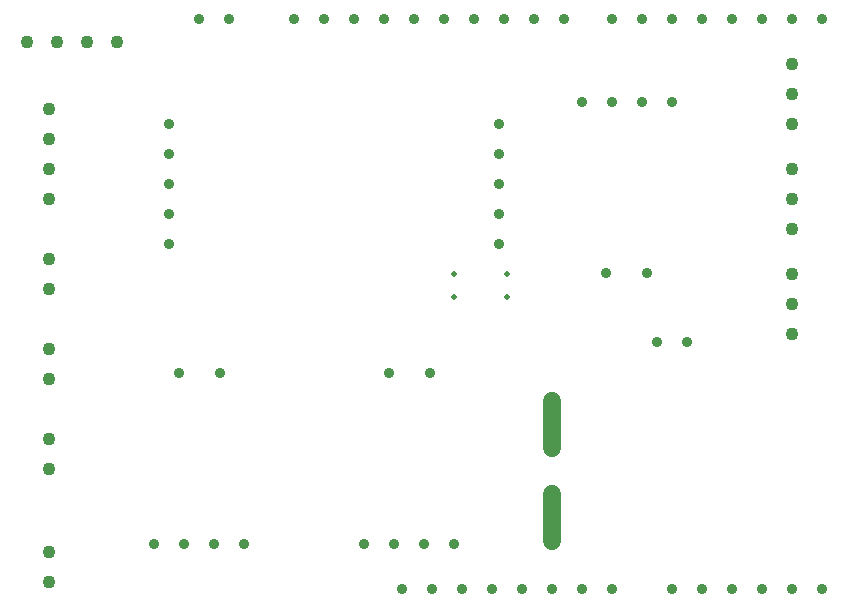
<source format=gbr>
%TF.GenerationSoftware,Novarm,DipTrace,3.3.0.1*%
%TF.CreationDate,2018-11-14T10:16:32-08:00*%
%FSLAX26Y26*%
%MOIN*%
%TF.FileFunction,Plated,1,2,PTH,Drill*%
%TF.Part,Single*%
%TA.AperFunction,ViaDrill*%
%ADD23C,0.02*%
%TA.AperFunction,ComponentDrill*%
%ADD24C,0.059055*%
%ADD25C,0.035*%
%ADD26C,0.043307*%
%ADD27C,0.035433*%
G75*
G01*
X2368700Y1039960D2*
D24*
Y1197440D1*
Y728936D2*
Y886417D1*
D25*
X1193700Y2468700D3*
X1293700D3*
X2818700Y1393700D3*
X2718700D3*
D26*
X818700Y2393700D3*
X718700D3*
X618700D3*
X918700D3*
D27*
X3268700Y2468700D3*
X3168700D3*
X3068700D3*
X2968700D3*
X2868700D3*
X2768700D3*
X2668700D3*
X2568700D3*
X2408700D3*
X2308700D3*
X2208700D3*
X2108700D3*
X2008700D3*
X1908700D3*
X1808700D3*
X1708700D3*
X1608700D3*
X1508700D3*
X3268700Y568700D3*
X3168700D3*
X3068700D3*
X2968700D3*
X2868700D3*
X2768700D3*
X2568700D3*
X2468700D3*
X2368700D3*
X2268700D3*
X2168700D3*
X2068700D3*
X1968700D3*
X1868700D3*
D26*
X3168700Y2318700D3*
Y2218700D3*
Y2118700D3*
X693700Y2068700D3*
Y1968700D3*
Y1868700D3*
Y2168700D3*
X3168700Y1968700D3*
Y1868700D3*
Y1768700D3*
X693700Y1668700D3*
Y1568700D3*
X3168700Y1618700D3*
Y1518700D3*
Y1418700D3*
X693700Y1368700D3*
Y1268700D3*
Y1068700D3*
Y968700D3*
Y693700D3*
Y593700D3*
D27*
X1093700Y2118700D3*
Y2018700D3*
Y1918700D3*
Y1818700D3*
Y1718700D3*
X2193700D3*
Y1818700D3*
Y1918700D3*
Y2018700D3*
Y2118700D3*
X2468700Y2193700D3*
X2568700D3*
X2668700D3*
X2768700D3*
X2687598Y1621850D3*
X2549802D3*
X1343700Y718700D3*
X1243700D3*
X1143700D3*
X1043700D3*
X1124802Y1290550D3*
X1262598D3*
X2043700Y718700D3*
X1943700D3*
X1843700D3*
X1743700D3*
X1824802Y1290550D3*
X1962598D3*
D23*
X2043700Y1618700D3*
X2218700D3*
X2043700Y1543700D3*
X2218700D3*
M02*

</source>
